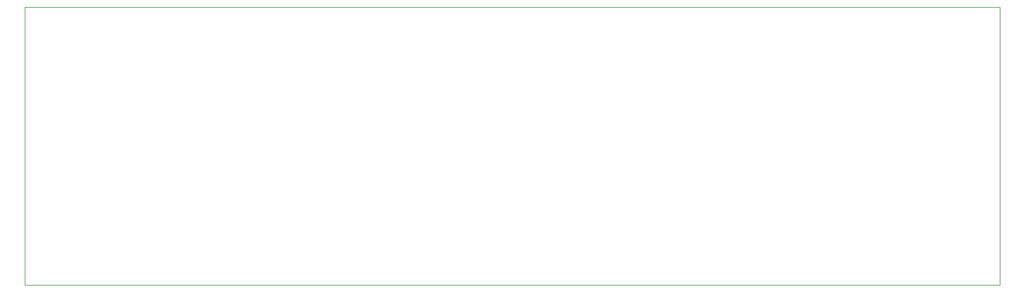
<source format=gbr>
%FSLAX34Y34*%
%MOMM*%
%LNOUTLINE*%
G71*
G01*
%ADD10C,0.100*%
%LPD*%
G54D10*
X978Y-988D02*
X1400978Y-988D01*
X1400978Y-400988D01*
X978Y-400988D01*
X978Y-988D01*
M02*

</source>
